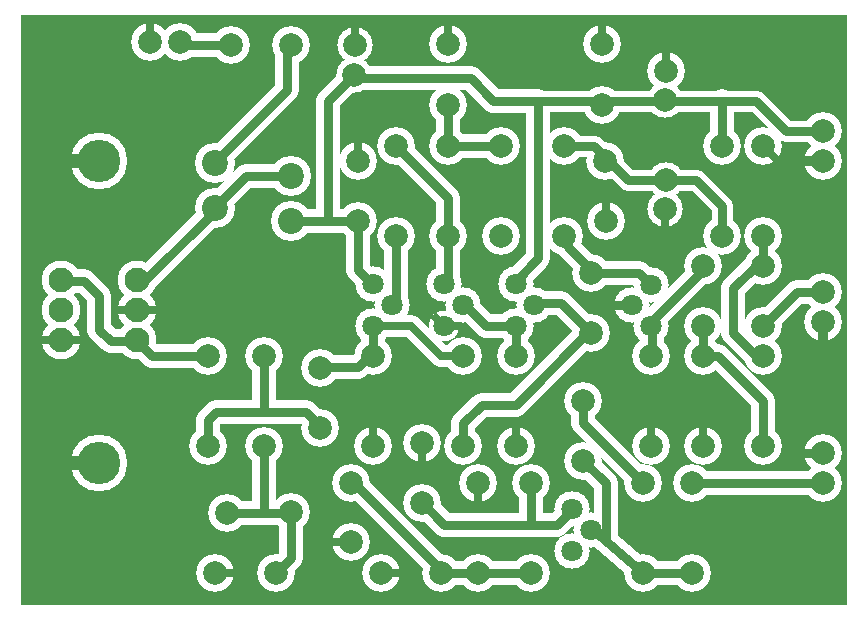
<source format=gbr>
%FSLAX34Y34*%
%MOMM*%
%LNCOPPER_BOTTOM*%
G71*
G01*
%ADD10C,4.800*%
%ADD11C,3.300*%
%ADD12C,3.200*%
%ADD13C,3.400*%
%ADD14C,2.000*%
%ADD15C,3.000*%
%ADD16C,2.600*%
%ADD17C,1.900*%
%ADD18C,3.200*%
%ADD19C,1.800*%
%ADD20C,1.990*%
%ADD21C,1.200*%
%ADD22C,0.700*%
%ADD23C,0.667*%
%ADD24C,0.813*%
%ADD25C,0.804*%
%ADD26C,0.672*%
%ADD27C,3.600*%
%ADD28C,2.100*%
%ADD29C,2.000*%
%ADD30C,2.200*%
%ADD31C,0.800*%
%ADD32C,4.300*%
%ADD33C,1.800*%
%ADD34C,2.000*%
%ADD35C,1.500*%
%ADD36C,0.790*%
%LPD*%
G36*
X0Y0D02*
X700000Y0D01*
X700000Y-500000D01*
X0Y-500000D01*
X0Y0D01*
G37*
%LPC*%
X66700Y-379500D02*
G54D10*
D03*
X66600Y-123800D02*
G54D10*
D03*
X98525Y-224525D02*
G54D11*
D03*
X98400Y-249900D02*
G54D11*
D03*
X98425Y-275344D02*
G54D11*
D03*
X164784Y-472605D02*
G54D12*
D03*
X215776Y-472430D02*
G54D12*
D03*
X228650Y-174675D02*
G54D13*
D03*
X164550Y-125275D02*
G54D13*
D03*
X164550Y-163275D02*
G54D13*
D03*
X228650Y-136575D02*
G54D13*
D03*
G54D14*
X222831Y-136500D02*
X191081Y-136500D01*
X165681Y-161900D01*
X177800Y-25400D02*
G54D12*
D03*
X228717Y-25275D02*
G54D12*
D03*
X206375Y-288925D02*
G54D12*
D03*
X206325Y-365175D02*
G54D12*
D03*
X109675Y-22825D02*
G54D12*
D03*
X135175Y-22825D02*
G54D12*
D03*
G54D14*
X225425Y-25400D02*
X225425Y-63500D01*
X165100Y-123825D01*
G54D14*
X133350Y-25400D02*
X174625Y-25400D01*
X158750Y-288925D02*
G54D12*
D03*
X158700Y-365175D02*
G54D12*
D03*
X577850Y-263525D02*
G54D12*
D03*
X577725Y-212608D02*
G54D12*
D03*
X533400Y-228600D02*
G54D15*
D03*
X517500Y-246175D02*
G54D15*
D03*
X533435Y-263791D02*
G54D15*
D03*
X679450Y-234950D02*
G54D12*
D03*
X679500Y-260375D02*
G54D12*
D03*
X533400Y-288925D02*
G54D12*
D03*
X533400Y-365100D02*
G54D12*
D03*
G54D14*
X534875Y-285750D02*
X534875Y-260350D01*
X593725Y-111125D02*
G54D12*
D03*
X593675Y-187375D02*
G54D12*
D03*
X482600Y-269875D02*
G54D12*
D03*
X482475Y-218958D02*
G54D12*
D03*
X419100Y-263525D02*
G54D15*
D03*
X435000Y-245925D02*
G54D15*
D03*
X419065Y-228334D02*
G54D15*
D03*
G54D14*
X434975Y-244475D02*
X457200Y-244475D01*
X482600Y-269875D01*
G54D14*
X593725Y-111125D02*
X593725Y-73025D01*
G54D14*
X419100Y-288925D02*
X419100Y-263525D01*
X358700Y-263900D02*
G54D16*
D03*
X374675Y-245925D02*
G54D15*
D03*
X358740Y-228334D02*
G54D15*
D03*
G54D14*
X419100Y-263525D02*
X393700Y-263525D01*
X374650Y-244475D01*
X419100Y-288925D02*
G54D12*
D03*
X419100Y-365100D02*
G54D12*
D03*
X298400Y-263525D02*
G54D15*
D03*
X314350Y-245925D02*
G54D15*
D03*
X298415Y-228334D02*
G54D15*
D03*
X361950Y-111125D02*
G54D12*
D03*
X361900Y-187375D02*
G54D12*
D03*
X317771Y-111334D02*
G54D12*
D03*
X317721Y-187584D02*
G54D12*
D03*
G54D14*
X317500Y-187325D02*
X317500Y-244475D01*
X298450Y-288925D02*
G54D12*
D03*
X298400Y-365200D02*
G54D12*
D03*
G54D14*
X361950Y-225425D02*
X361950Y-187325D01*
X361950Y-155575D01*
X317500Y-111125D01*
X253660Y-350246D02*
G54D12*
D03*
X253535Y-299329D02*
G54D12*
D03*
X374650Y-288925D02*
G54D12*
D03*
X374600Y-365175D02*
G54D12*
D03*
G54D17*
X298450Y-263525D02*
X330200Y-263525D01*
X355600Y-288925D01*
X374650Y-288925D01*
G54D14*
X298450Y-288925D02*
X298450Y-263525D01*
X279800Y-446200D02*
G54D18*
D03*
X228868Y-421216D02*
G54D18*
D03*
X279914Y-396317D02*
G54D18*
D03*
X466725Y-454025D02*
G54D15*
D03*
X482525Y-436225D02*
G54D15*
D03*
X466690Y-418834D02*
G54D15*
D03*
X679450Y-98425D02*
G54D12*
D03*
X679400Y-124000D02*
G54D12*
D03*
X568325Y-396875D02*
G54D12*
D03*
X568275Y-473125D02*
G54D12*
D03*
X527050Y-396875D02*
G54D12*
D03*
X527000Y-473125D02*
G54D12*
D03*
G54D14*
X673100Y-396875D02*
X571500Y-396875D01*
X476250Y-377825D02*
G54D12*
D03*
X476125Y-326908D02*
G54D12*
D03*
G54D14*
X565150Y-473075D02*
X527050Y-473075D01*
G54D14*
X527050Y-473075D02*
X482600Y-434975D01*
G54D14*
X495300Y-444500D02*
X495300Y-396875D01*
X476250Y-377825D01*
G54D14*
X476250Y-327025D02*
X476250Y-346075D01*
X527050Y-396875D01*
X431800Y-396875D02*
G54D12*
D03*
X431750Y-473125D02*
G54D12*
D03*
X304775Y-473025D02*
G54D12*
D03*
X355756Y-472913D02*
G54D12*
D03*
X387350Y-473075D02*
G54D12*
D03*
X387400Y-396800D02*
G54D12*
D03*
G54D14*
X390525Y-473075D02*
X434975Y-473075D01*
X546125Y-47675D02*
G54D12*
D03*
X545812Y-72538D02*
G54D15*
D03*
X361950Y-76200D02*
G54D12*
D03*
X361800Y-25225D02*
G54D12*
D03*
G54D14*
X361950Y-111125D02*
X361950Y-79375D01*
X406400Y-111125D02*
G54D12*
D03*
X406350Y-187375D02*
G54D12*
D03*
G54D14*
X419100Y-225425D02*
X438150Y-206375D01*
X438150Y-73025D01*
G54D14*
X361950Y-111125D02*
X406400Y-111125D01*
X285750Y-174625D02*
G54D12*
D03*
X285600Y-123650D02*
G54D12*
D03*
X282600Y-51225D02*
G54D15*
D03*
X282900Y-25925D02*
G54D15*
D03*
X492125Y-76200D02*
G54D12*
D03*
X492025Y-25225D02*
G54D12*
D03*
X679450Y-396875D02*
G54D12*
D03*
X679450Y-371400D02*
G54D12*
D03*
G54D14*
X355600Y-473075D02*
X387350Y-473075D01*
G54D14*
X374650Y-365125D02*
X374650Y-346075D01*
X390525Y-330200D01*
X419100Y-330200D01*
X479425Y-269875D01*
X460375Y-111125D02*
G54D12*
D03*
X460325Y-187375D02*
G54D12*
D03*
X495325Y-174600D02*
G54D12*
D03*
X495125Y-123700D02*
G54D12*
D03*
X546100Y-139700D02*
G54D15*
D03*
X545800Y-164600D02*
G54D15*
D03*
G54D19*
X546100Y-139700D02*
X571500Y-139700D01*
X593725Y-161925D01*
X593725Y-187325D01*
G54D19*
X546100Y-139700D02*
X514350Y-139700D01*
X498475Y-123825D01*
G54D19*
X463550Y-111125D02*
X485775Y-111125D01*
X498475Y-123825D01*
G54D14*
X463550Y-187325D02*
X463550Y-196850D01*
X485775Y-219075D01*
G54D14*
X438150Y-73025D02*
X400050Y-73025D01*
X381000Y-53975D01*
X279400Y-53975D01*
G54D14*
X228600Y-174625D02*
X285750Y-174625D01*
G54D14*
X355600Y-473075D02*
X355600Y-469900D01*
X282575Y-396875D01*
G54D14*
X98425Y-225425D02*
X104775Y-225425D01*
X165100Y-165100D01*
X577850Y-288925D02*
G54D12*
D03*
X577850Y-365100D02*
G54D12*
D03*
G54D14*
X260350Y-174625D02*
X260350Y-73025D01*
X279400Y-53975D01*
G54D14*
X158750Y-288925D02*
X111125Y-288925D01*
X98425Y-276225D01*
G54D14*
X254000Y-298450D02*
X285750Y-298450D01*
X298450Y-285750D01*
G54D14*
X250825Y-349250D02*
X250825Y-346075D01*
X241300Y-336550D01*
X165100Y-336550D01*
X158750Y-342900D01*
X158750Y-358775D01*
X158750Y-365125D01*
G54D14*
X206375Y-288925D02*
X206375Y-336550D01*
G54D14*
X206375Y-365125D02*
X206375Y-400050D01*
X206375Y-422275D01*
G54D14*
X228600Y-422275D02*
X228600Y-460375D01*
X215900Y-473075D01*
X628650Y-288925D02*
G54D12*
D03*
X628700Y-365100D02*
G54D12*
D03*
X628700Y-111100D02*
G54D12*
D03*
X628700Y-187300D02*
G54D12*
D03*
G54D19*
X434975Y-73025D02*
X622300Y-73025D01*
X647700Y-98425D01*
X676275Y-98425D01*
X628650Y-263525D02*
G54D12*
D03*
X628525Y-212608D02*
G54D12*
D03*
G54D14*
X628650Y-212725D02*
X628650Y-187325D01*
G54D14*
X628650Y-212725D02*
X622300Y-212725D01*
X603250Y-231775D01*
X603250Y-269875D01*
X622300Y-288925D01*
G54D14*
X577850Y-263525D02*
X577850Y-288925D01*
X590550Y-288925D01*
X628650Y-327025D01*
X628650Y-365125D01*
G54D14*
X577850Y-212725D02*
X577850Y-215900D01*
X533400Y-260350D01*
G54D14*
X285750Y-174625D02*
X285750Y-215900D01*
X298450Y-228600D01*
G54D14*
X682625Y-234950D02*
X657225Y-234950D01*
X628650Y-263525D01*
X340035Y-362225D02*
G54D12*
D03*
X340148Y-413206D02*
G54D12*
D03*
G54D14*
X431800Y-396875D02*
X431800Y-431800D01*
G54D14*
X339725Y-412750D02*
X358775Y-431800D01*
X454025Y-431800D01*
X466725Y-419100D01*
G54D14*
X485775Y-219075D02*
X523875Y-219075D01*
X533400Y-228600D01*
X174575Y-422325D02*
G54D12*
D03*
G54D14*
X228600Y-422275D02*
X174625Y-422275D01*
X34100Y-275400D02*
G54D11*
D03*
X34300Y-250100D02*
G54D11*
D03*
X34231Y-224612D02*
G54D11*
D03*
G54D20*
X34925Y-225425D02*
X53975Y-225425D01*
X66675Y-238125D01*
X66675Y-266700D01*
X76200Y-276225D01*
X98425Y-276225D01*
%LPD*%
G54D21*
G36*
X66700Y-385500D02*
X42200Y-385500D01*
X42200Y-373500D01*
X66700Y-373500D01*
X66700Y-385500D01*
G37*
G54D21*
G36*
X66600Y-129800D02*
X42100Y-129800D01*
X42100Y-117800D01*
X66600Y-117800D01*
X66600Y-129800D01*
G37*
G54D22*
G36*
X98400Y-246400D02*
X115400Y-246400D01*
X115400Y-253400D01*
X98400Y-253400D01*
X98400Y-246400D01*
G37*
G36*
X98400Y-253400D02*
X81400Y-253400D01*
X81400Y-246400D01*
X98400Y-246400D01*
X98400Y-253400D01*
G37*
G54D23*
G36*
X164784Y-469272D02*
X181284Y-469272D01*
X181284Y-475939D01*
X164784Y-475939D01*
X164784Y-469272D01*
G37*
G54D23*
G36*
X106342Y-22825D02*
X106342Y-6325D01*
X113008Y-6325D01*
X113008Y-22825D01*
X106342Y-22825D01*
G37*
G54D24*
G54D25*
G36*
X517500Y-250195D02*
X502000Y-250195D01*
X502000Y-242155D01*
X517500Y-242155D01*
X517500Y-250195D01*
G37*
G54D24*
G36*
X683567Y-260375D02*
X683567Y-276875D01*
X675433Y-276875D01*
X675433Y-260375D01*
X683567Y-260375D01*
G37*
G54D23*
G36*
X530067Y-365100D02*
X530067Y-348600D01*
X536733Y-348600D01*
X536733Y-365100D01*
X530067Y-365100D01*
G37*
G54D26*
G36*
X356324Y-266276D02*
X346778Y-256730D01*
X351530Y-251978D01*
X361076Y-261524D01*
X356324Y-266276D01*
G37*
G36*
X358700Y-260540D02*
X372200Y-260540D01*
X372200Y-267260D01*
X358700Y-267260D01*
X358700Y-260540D01*
G37*
G54D23*
G36*
X415767Y-365100D02*
X415767Y-348600D01*
X422433Y-348600D01*
X422433Y-365100D01*
X415767Y-365100D01*
G37*
G54D23*
G36*
X295067Y-365200D02*
X295067Y-348700D01*
X301733Y-348700D01*
X301733Y-365200D01*
X295067Y-365200D01*
G37*
G54D23*
G36*
X279800Y-449533D02*
X263300Y-449533D01*
X263300Y-442867D01*
X279800Y-442867D01*
X279800Y-449533D01*
G37*
G54D24*
G36*
X679400Y-128067D02*
X662900Y-128067D01*
X662900Y-119933D01*
X679400Y-119933D01*
X679400Y-128067D01*
G37*
G54D23*
G36*
X304775Y-469692D02*
X321275Y-469692D01*
X321275Y-476358D01*
X304775Y-476358D01*
X304775Y-469692D01*
G37*
G54D23*
G36*
X390733Y-396800D02*
X390733Y-413300D01*
X384067Y-413300D01*
X384067Y-396800D01*
X390733Y-396800D01*
G37*
G54D23*
G36*
X542792Y-47675D02*
X542792Y-31175D01*
X549458Y-31175D01*
X549458Y-47675D01*
X542792Y-47675D01*
G37*
G54D23*
G36*
X358467Y-25225D02*
X358467Y-8725D01*
X365133Y-8725D01*
X365133Y-25225D01*
X358467Y-25225D01*
G37*
G54D23*
G36*
X282267Y-123650D02*
X282267Y-107150D01*
X288933Y-107150D01*
X288933Y-123650D01*
X282267Y-123650D01*
G37*
G54D23*
G36*
X279567Y-25925D02*
X279567Y-10425D01*
X286233Y-10425D01*
X286233Y-25925D01*
X279567Y-25925D01*
G37*
G54D23*
G36*
X488692Y-25225D02*
X488692Y-8725D01*
X495358Y-8725D01*
X495358Y-25225D01*
X488692Y-25225D01*
G37*
G54D24*
G36*
X679450Y-375467D02*
X662950Y-375467D01*
X662950Y-367333D01*
X679450Y-367333D01*
X679450Y-375467D01*
G37*
G54D23*
G36*
X491992Y-174600D02*
X491992Y-158100D01*
X498658Y-158100D01*
X498658Y-174600D01*
X491992Y-174600D01*
G37*
G54D23*
G36*
X549133Y-164600D02*
X549133Y-180100D01*
X542467Y-180100D01*
X542467Y-164600D01*
X549133Y-164600D01*
G37*
G54D23*
G36*
X574517Y-365100D02*
X574517Y-348600D01*
X581183Y-348600D01*
X581183Y-365100D01*
X574517Y-365100D01*
G37*
G54D23*
G36*
X631057Y-108743D02*
X642724Y-120410D01*
X638010Y-125124D01*
X626343Y-113457D01*
X631057Y-108743D01*
G37*
G54D23*
G36*
X343369Y-362225D02*
X343369Y-378725D01*
X336702Y-378725D01*
X336702Y-362225D01*
X343369Y-362225D01*
G37*
G54D22*
G36*
X34100Y-278900D02*
X17100Y-278900D01*
X17100Y-271900D01*
X34100Y-271900D01*
X34100Y-278900D01*
G37*
G36*
X34100Y-271900D02*
X51100Y-271900D01*
X51100Y-278900D01*
X34100Y-278900D01*
X34100Y-271900D01*
G37*
X66700Y-379500D02*
G54D27*
D03*
X66600Y-123800D02*
G54D27*
D03*
X98525Y-224525D02*
G54D28*
D03*
X98400Y-249900D02*
G54D28*
D03*
X98425Y-275344D02*
G54D28*
D03*
X164784Y-472605D02*
G54D29*
D03*
X215776Y-472430D02*
G54D29*
D03*
X228650Y-174675D02*
G54D30*
D03*
X164550Y-125275D02*
G54D30*
D03*
X164550Y-163275D02*
G54D30*
D03*
X228650Y-136575D02*
G54D30*
D03*
G54D31*
X222831Y-136500D02*
X191081Y-136500D01*
X165681Y-161900D01*
X177800Y-25400D02*
G54D29*
D03*
X228717Y-25275D02*
G54D29*
D03*
X206375Y-288925D02*
G54D29*
D03*
X206325Y-365175D02*
G54D29*
D03*
X109675Y-22825D02*
G54D29*
D03*
X135175Y-22825D02*
G54D29*
D03*
X38100Y-38100D02*
G54D32*
D03*
X38100Y-460375D02*
G54D32*
D03*
G54D31*
X225425Y-25400D02*
X225425Y-63500D01*
X165100Y-123825D01*
G54D31*
X133350Y-25400D02*
X174625Y-25400D01*
X158750Y-288925D02*
G54D29*
D03*
X158700Y-365175D02*
G54D29*
D03*
X577850Y-263525D02*
G54D29*
D03*
X577725Y-212608D02*
G54D29*
D03*
X533400Y-228600D02*
G54D33*
D03*
X517500Y-246175D02*
G54D33*
D03*
X533435Y-263791D02*
G54D33*
D03*
X679450Y-234950D02*
G54D29*
D03*
X679500Y-260375D02*
G54D29*
D03*
X533400Y-288925D02*
G54D29*
D03*
X533400Y-365100D02*
G54D29*
D03*
G54D31*
X534875Y-285750D02*
X534875Y-260350D01*
X593725Y-111125D02*
G54D29*
D03*
X593675Y-187375D02*
G54D29*
D03*
X482600Y-269875D02*
G54D29*
D03*
X482475Y-218958D02*
G54D29*
D03*
X419100Y-263525D02*
G54D33*
D03*
X435000Y-245925D02*
G54D33*
D03*
X419065Y-228334D02*
G54D33*
D03*
G54D31*
X434975Y-244475D02*
X457200Y-244475D01*
X482600Y-269875D01*
G54D31*
X593725Y-111125D02*
X593725Y-73025D01*
G54D31*
X419100Y-288925D02*
X419100Y-263525D01*
X358700Y-263900D02*
G54D33*
D03*
X374675Y-245925D02*
G54D33*
D03*
X358740Y-228334D02*
G54D33*
D03*
G54D31*
X419100Y-263525D02*
X393700Y-263525D01*
X374650Y-244475D01*
X419100Y-288925D02*
G54D29*
D03*
X419100Y-365100D02*
G54D29*
D03*
X298400Y-263525D02*
G54D33*
D03*
X314350Y-245925D02*
G54D33*
D03*
X298415Y-228334D02*
G54D33*
D03*
X361950Y-111125D02*
G54D29*
D03*
X361900Y-187375D02*
G54D29*
D03*
X317771Y-111334D02*
G54D29*
D03*
X317721Y-187584D02*
G54D29*
D03*
G54D31*
X317500Y-187325D02*
X317500Y-244475D01*
X298450Y-288925D02*
G54D29*
D03*
X298400Y-365200D02*
G54D29*
D03*
G54D31*
X361950Y-225425D02*
X361950Y-187325D01*
X361950Y-155575D01*
X317500Y-111125D01*
X253660Y-350246D02*
G54D29*
D03*
X253535Y-299329D02*
G54D29*
D03*
X374650Y-288925D02*
G54D29*
D03*
X374600Y-365175D02*
G54D29*
D03*
G54D22*
X298450Y-263525D02*
X330200Y-263525D01*
X355600Y-288925D01*
X374650Y-288925D01*
G54D31*
X298450Y-288925D02*
X298450Y-263525D01*
X279800Y-446200D02*
G54D34*
D03*
X228868Y-421216D02*
G54D34*
D03*
X279914Y-396317D02*
G54D34*
D03*
X466725Y-454025D02*
G54D33*
D03*
X482525Y-436225D02*
G54D33*
D03*
X466690Y-418834D02*
G54D33*
D03*
X679450Y-98425D02*
G54D29*
D03*
X679400Y-124000D02*
G54D29*
D03*
X568325Y-396875D02*
G54D29*
D03*
X568275Y-473125D02*
G54D29*
D03*
X527050Y-396875D02*
G54D29*
D03*
X527000Y-473125D02*
G54D29*
D03*
G54D31*
X673100Y-396875D02*
X571500Y-396875D01*
X476250Y-377825D02*
G54D29*
D03*
X476125Y-326908D02*
G54D29*
D03*
G54D31*
X565150Y-473075D02*
X527050Y-473075D01*
G54D31*
X527050Y-473075D02*
X482600Y-434975D01*
G54D31*
X495300Y-444500D02*
X495300Y-396875D01*
X476250Y-377825D01*
G54D31*
X476250Y-327025D02*
X476250Y-346075D01*
X527050Y-396875D01*
X431800Y-396875D02*
G54D29*
D03*
X431750Y-473125D02*
G54D29*
D03*
X304775Y-473025D02*
G54D29*
D03*
X355756Y-472913D02*
G54D29*
D03*
X387350Y-473075D02*
G54D29*
D03*
X387400Y-396800D02*
G54D29*
D03*
G54D31*
X390525Y-473075D02*
X434975Y-473075D01*
X546125Y-47675D02*
G54D29*
D03*
X545812Y-72538D02*
G54D29*
D03*
X361950Y-76200D02*
G54D29*
D03*
X361800Y-25225D02*
G54D29*
D03*
G54D31*
X361950Y-111125D02*
X361950Y-79375D01*
X406400Y-111125D02*
G54D29*
D03*
X406350Y-187375D02*
G54D29*
D03*
G54D31*
X419100Y-225425D02*
X438150Y-206375D01*
X438150Y-73025D01*
G54D31*
X361950Y-111125D02*
X406400Y-111125D01*
X285750Y-174625D02*
G54D29*
D03*
X285600Y-123650D02*
G54D29*
D03*
X282600Y-51225D02*
G54D29*
D03*
X282900Y-25925D02*
G54D29*
D03*
X492125Y-76200D02*
G54D29*
D03*
X492025Y-25225D02*
G54D29*
D03*
X679450Y-396875D02*
G54D29*
D03*
X679450Y-371400D02*
G54D29*
D03*
G54D31*
X355600Y-473075D02*
X387350Y-473075D01*
X660400Y-38100D02*
G54D32*
D03*
X660400Y-460375D02*
G54D32*
D03*
G54D31*
X374650Y-365125D02*
X374650Y-346075D01*
X390525Y-330200D01*
X419100Y-330200D01*
X479425Y-269875D01*
X460375Y-111125D02*
G54D29*
D03*
X460325Y-187375D02*
G54D29*
D03*
X495325Y-174600D02*
G54D29*
D03*
X495125Y-123700D02*
G54D29*
D03*
X546100Y-139700D02*
G54D29*
D03*
X545800Y-164600D02*
G54D29*
D03*
G54D31*
X546100Y-139700D02*
X571500Y-139700D01*
X593725Y-161925D01*
X593725Y-187325D01*
G54D31*
X546100Y-139700D02*
X514350Y-139700D01*
X498475Y-123825D01*
G54D31*
X463550Y-111125D02*
X485775Y-111125D01*
X498475Y-123825D01*
G54D31*
X463550Y-187325D02*
X463550Y-196850D01*
X485775Y-219075D01*
G54D31*
X438150Y-73025D02*
X400050Y-73025D01*
X381000Y-53975D01*
X279400Y-53975D01*
G54D31*
X228600Y-174625D02*
X285750Y-174625D01*
G54D31*
X355600Y-473075D02*
X355600Y-469900D01*
X282575Y-396875D01*
G54D31*
X98425Y-225425D02*
X104775Y-225425D01*
X165100Y-165100D01*
X577850Y-288925D02*
G54D29*
D03*
X577850Y-365100D02*
G54D29*
D03*
G54D31*
X260350Y-174625D02*
X260350Y-73025D01*
X279400Y-53975D01*
G54D31*
X158750Y-288925D02*
X111125Y-288925D01*
X98425Y-276225D01*
G54D31*
X254000Y-298450D02*
X285750Y-298450D01*
X298450Y-285750D01*
G54D31*
X250825Y-349250D02*
X250825Y-346075D01*
X241300Y-336550D01*
X165100Y-336550D01*
X158750Y-342900D01*
X158750Y-358775D01*
X158750Y-365125D01*
G54D31*
X206375Y-288925D02*
X206375Y-336550D01*
G54D31*
X206375Y-365125D02*
X206375Y-400050D01*
X206375Y-422275D01*
G54D31*
X228600Y-422275D02*
X228600Y-460375D01*
X215900Y-473075D01*
X628650Y-288925D02*
G54D29*
D03*
X628700Y-365100D02*
G54D29*
D03*
X628700Y-111100D02*
G54D29*
D03*
X628700Y-187300D02*
G54D29*
D03*
G54D31*
X434975Y-73025D02*
X622300Y-73025D01*
X647700Y-98425D01*
X676275Y-98425D01*
X628650Y-263525D02*
G54D29*
D03*
X628525Y-212608D02*
G54D29*
D03*
G54D31*
X628650Y-212725D02*
X628650Y-187325D01*
G54D31*
X628650Y-212725D02*
X622300Y-212725D01*
X603250Y-231775D01*
X603250Y-269875D01*
X622300Y-288925D01*
G54D31*
X577850Y-263525D02*
X577850Y-288925D01*
X590550Y-288925D01*
X628650Y-327025D01*
X628650Y-365125D01*
G54D31*
X577850Y-212725D02*
X577850Y-215900D01*
X533400Y-260350D01*
G54D31*
X285750Y-174625D02*
X285750Y-215900D01*
X298450Y-228600D01*
X679450Y-185625D02*
G54D35*
D03*
X679450Y-322150D02*
G54D35*
D03*
G54D31*
X682625Y-234950D02*
X657225Y-234950D01*
X628650Y-263525D01*
X340035Y-362225D02*
G54D29*
D03*
X340148Y-413206D02*
G54D29*
D03*
G54D31*
X431800Y-396875D02*
X431800Y-431800D01*
G54D31*
X339725Y-412750D02*
X358775Y-431800D01*
X454025Y-431800D01*
X466725Y-419100D01*
G54D31*
X485775Y-219075D02*
X523875Y-219075D01*
X533400Y-228600D01*
X174575Y-422325D02*
G54D29*
D03*
G54D31*
X228600Y-422275D02*
X174625Y-422275D01*
X34100Y-275400D02*
G54D28*
D03*
X34300Y-250100D02*
G54D28*
D03*
X34231Y-224612D02*
G54D28*
D03*
G54D36*
X34925Y-225425D02*
X53975Y-225425D01*
X66675Y-238125D01*
X66675Y-266700D01*
X76200Y-276225D01*
X98425Y-276225D01*
M02*

</source>
